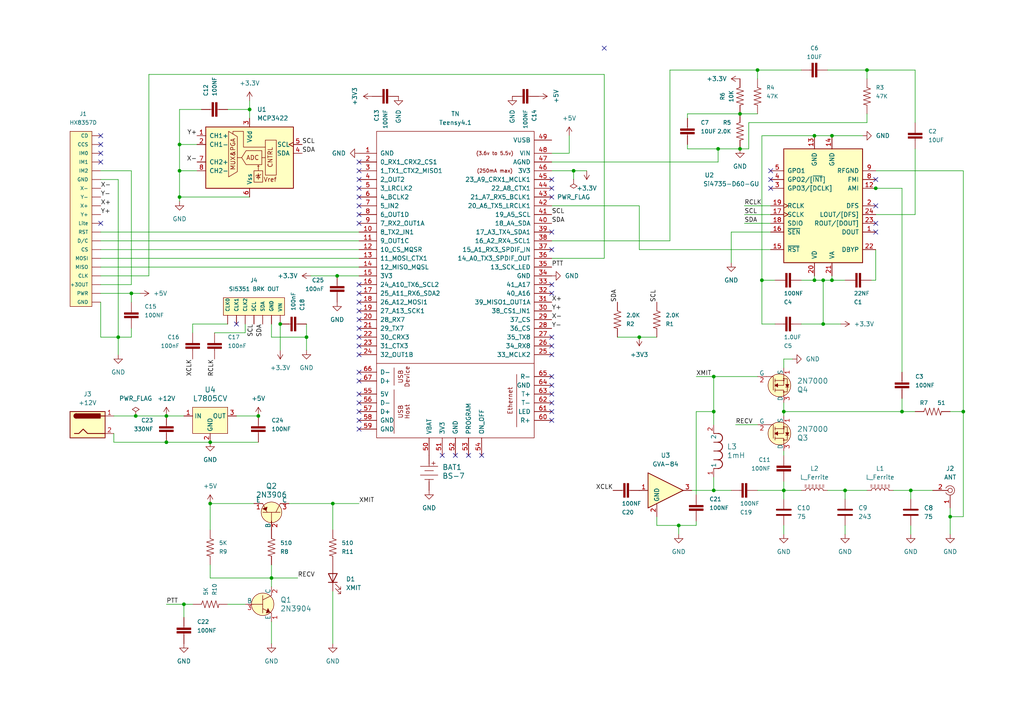
<source format=kicad_sch>
(kicad_sch (version 20230121) (generator eeschema)
  (paper "A4")
  (title_block (title "Pocket FT8 Transceiver") (date "2024-07-31") (rev "2.0") (company "KQ7B") (comment 1 "Original design by Charles Hill, Ricardo Caritti, Karlis Goba, Lars Petersen, et al") (comment 2 "https://github.com/conr2286/PocketFT8Xcvr.git"))
  (junction (at 207.01 119.38))
  (junction (at 97.79 80.01))
  (junction (at 279.4 119.38))
  (junction (at 185.42 97.79))
  (junction (at 227.33 142.24))
  (junction (at 72.39 31.75))
  (junction (at 52.07 49.53))
  (junction (at 60.96 146.05))
  (junction (at 261.62 119.38))
  (junction (at 207.01 142.24))
  (junction (at 236.22 81.28))
  (junction (at 227.33 119.38))
  (junction (at 264.16 142.24))
  (junction (at 251.46 20.32))
  (junction (at 81.28 93.98))
  (junction (at 214.63 43.18))
  (junction (at 96.52 146.05))
  (junction (at 196.85 152.4))
  (junction (at 48.26 128.27))
  (junction (at 238.76 93.98))
  (junction (at 254 54.61))
  (junction (at 88.9 97.79))
  (junction (at 219.71 20.32))
  (junction (at 52.07 41.91))
  (junction (at 53.34 175.26))
  (junction (at 39.37 120.65))
  (junction (at 34.29 97.79))
  (junction (at 245.11 142.24))
  (junction (at 60.96 128.27))
  (junction (at 78.74 167.64))
  (junction (at 166.37 49.53))
  (junction (at 238.76 81.28))
  (junction (at 52.07 57.15))
  (junction (at 74.93 120.65))
  (junction (at 207.01 109.22))
  (junction (at 208.28 43.18))
  (junction (at 241.3 39.37))
  (junction (at 220.98 81.28))
  (junction (at 48.26 120.65))
  (junction (at 275.59 149.86))
  (junction (at 38.1 85.09))
  (junction (at 241.3 81.28))
  (junction (at 236.22 39.37))
  (junction (at 214.63 33.02))
  (no_connect (at 104.14 87.63))
  (no_connect (at 104.14 57.15))
  (no_connect (at 104.14 62.23))
  (no_connect (at 160.02 52.07))
  (no_connect (at 160.02 97.79))
  (no_connect (at 160.02 54.61))
  (no_connect (at 104.14 85.09))
  (no_connect (at 104.14 54.61))
  (no_connect (at 223.52 54.61))
  (no_connect (at 104.14 100.33))
  (no_connect (at 160.02 67.31))
  (no_connect (at 104.14 92.71))
  (no_connect (at 254 52.07))
  (no_connect (at 160.02 116.84))
  (no_connect (at 160.02 100.33))
  (no_connect (at 29.21 64.77))
  (no_connect (at 139.7 132.08))
  (no_connect (at 132.08 132.08))
  (no_connect (at 104.14 95.25))
  (no_connect (at 254 59.69))
  (no_connect (at 160.02 114.3))
  (no_connect (at 104.14 114.3))
  (no_connect (at 104.14 107.95))
  (no_connect (at 104.14 124.46))
  (no_connect (at 104.14 116.84))
  (no_connect (at 160.02 82.55))
  (no_connect (at 29.21 39.37))
  (no_connect (at 104.14 110.49))
  (no_connect (at 29.21 46.99))
  (no_connect (at 128.27 132.08))
  (no_connect (at 160.02 121.92))
  (no_connect (at 104.14 102.87))
  (no_connect (at 104.14 59.69))
  (no_connect (at 254 67.31))
  (no_connect (at 223.52 52.07))
  (no_connect (at 104.14 64.77))
  (no_connect (at 160.02 119.38))
  (no_connect (at 104.14 90.17))
  (no_connect (at 104.14 52.07))
  (no_connect (at 175.26 13.97))
  (no_connect (at 29.21 41.91))
  (no_connect (at 104.14 46.99))
  (no_connect (at 160.02 102.87))
  (no_connect (at 160.02 85.09))
  (no_connect (at 160.02 57.15))
  (no_connect (at 254 64.77))
  (no_connect (at 160.02 111.76))
  (no_connect (at 104.14 49.53))
  (no_connect (at 104.14 82.55))
  (no_connect (at 104.14 97.79))
  (no_connect (at 160.02 72.39))
  (no_connect (at 68.58 93.98))
  (no_connect (at 135.89 132.08))
  (no_connect (at 104.14 121.92))
  (no_connect (at 104.14 119.38))
  (no_connect (at 29.21 44.45))
  (no_connect (at 160.02 109.22))
  (no_connect (at 223.52 49.53))
  (wire (pts (xy 185.42 72.39) (xy 223.52 72.39)))
  (wire (pts (xy 175.26 74.93) (xy 175.26 21.59)))
  (wire (pts (xy 261.62 115.57) (xy 261.62 119.38)))
  (wire (pts (xy 212.09 67.31) (xy 212.09 76.2)))
  (wire (pts (xy 227.33 144.78) (xy 227.33 142.24)))
  (wire (pts (xy 251.46 33.02) (xy 251.46 35.56)))
  (wire (pts (xy 215.9 59.69) (xy 223.52 59.69)))
  (wire (pts (xy 207.01 138.43) (xy 207.01 142.24)))
  (wire (pts (xy 71.12 93.98) (xy 71.12 96.52)))
  (wire (pts (xy 261.62 119.38) (xy 265.43 119.38)))
  (wire (pts (xy 207.01 119.38) (xy 207.01 123.19)))
  (wire (pts (xy 250.19 39.37) (xy 241.3 39.37)))
  (wire (pts (xy 160.02 49.53) (xy 166.37 49.53)))
  (wire (pts (xy 166.37 49.53) (xy 170.18 49.53)))
  (wire (pts (xy 275.59 149.86) (xy 279.4 149.86)))
  (wire (pts (xy 160.02 74.93) (xy 175.26 74.93)))
  (wire (pts (xy 224.79 81.28) (xy 220.98 81.28)))
  (wire (pts (xy 241.3 81.28) (xy 241.3 80.01)))
  (wire (pts (xy 254 81.28) (xy 252.73 81.28)))
  (wire (pts (xy 29.21 67.31) (xy 104.14 67.31)))
  (wire (pts (xy 97.79 80.01) (xy 104.14 80.01)))
  (wire (pts (xy 219.71 20.32) (xy 232.41 20.32)))
  (wire (pts (xy 96.52 146.05) (xy 104.14 146.05)))
  (wire (pts (xy 227.33 104.14) (xy 227.33 106.68)))
  (wire (pts (xy 34.29 97.79) (xy 38.1 97.79)))
  (wire (pts (xy 175.26 21.59) (xy 43.18 21.59)))
  (wire (pts (xy 88.9 101.6) (xy 88.9 97.79)))
  (wire (pts (xy 254 54.61) (xy 261.62 54.61)))
  (wire (pts (xy 29.21 49.53) (xy 38.1 49.53)))
  (wire (pts (xy 227.33 139.7) (xy 227.33 142.24)))
  (wire (pts (xy 166.37 52.07) (xy 166.37 49.53)))
  (wire (pts (xy 58.42 31.75) (xy 52.07 31.75)))
  (wire (pts (xy 215.9 64.77) (xy 223.52 64.77)))
  (wire (pts (xy 185.42 59.69) (xy 185.42 72.39)))
  (wire (pts (xy 259.08 142.24) (xy 264.16 142.24)))
  (wire (pts (xy 52.07 57.15) (xy 52.07 49.53)))
  (wire (pts (xy 240.03 20.32) (xy 251.46 20.32)))
  (wire (pts (xy 238.76 81.28) (xy 236.22 81.28)))
  (wire (pts (xy 71.12 96.52) (xy 62.23 96.52)))
  (wire (pts (xy 29.21 52.07) (xy 34.29 52.07)))
  (wire (pts (xy 68.58 120.65) (xy 74.93 120.65)))
  (wire (pts (xy 199.39 43.18) (xy 199.39 41.91)))
  (wire (pts (xy 185.42 97.79) (xy 190.5 97.79)))
  (wire (pts (xy 227.33 132.08) (xy 227.33 130.81)))
  (wire (pts (xy 264.16 144.78) (xy 264.16 142.24)))
  (wire (pts (xy 52.07 31.75) (xy 52.07 41.91)))
  (wire (pts (xy 220.98 39.37) (xy 220.98 81.28)))
  (wire (pts (xy 213.36 123.19) (xy 219.71 123.19)))
  (wire (pts (xy 43.18 21.59) (xy 43.18 80.01)))
  (wire (pts (xy 241.3 81.28) (xy 238.76 81.28)))
  (wire (pts (xy 217.17 43.18) (xy 214.63 43.18)))
  (wire (pts (xy 245.11 154.94) (xy 245.11 152.4)))
  (wire (pts (xy 165.1 39.37) (xy 165.1 44.45)))
  (wire (pts (xy 52.07 57.15) (xy 72.39 57.15)))
  (wire (pts (xy 214.63 43.18) (xy 208.28 43.18)))
  (wire (pts (xy 190.5 152.4) (xy 196.85 152.4)))
  (wire (pts (xy 207.01 142.24) (xy 212.09 142.24)))
  (wire (pts (xy 236.22 81.28) (xy 232.41 81.28)))
  (wire (pts (xy 279.4 49.53) (xy 279.4 119.38)))
  (wire (pts (xy 251.46 54.61) (xy 254 54.61)))
  (wire (pts (xy 78.74 186.69) (xy 78.74 180.34)))
  (wire (pts (xy 38.1 97.79) (xy 38.1 95.25)))
  (wire (pts (xy 29.21 69.85) (xy 104.14 69.85)))
  (wire (pts (xy 214.63 33.02) (xy 199.39 33.02)))
  (wire (pts (xy 240.03 142.24) (xy 245.11 142.24)))
  (wire (pts (xy 207.01 109.22) (xy 207.01 119.38)))
  (wire (pts (xy 251.46 20.32) (xy 265.43 20.32)))
  (wire (pts (xy 238.76 93.98) (xy 243.84 93.98)))
  (wire (pts (xy 88.9 93.98) (xy 88.9 97.79)))
  (wire (pts (xy 160.02 69.85) (xy 194.31 69.85)))
  (wire (pts (xy 254 72.39) (xy 254 81.28)))
  (wire (pts (xy 245.11 142.24) (xy 251.46 142.24)))
  (wire (pts (xy 245.11 81.28) (xy 241.3 81.28)))
  (wire (pts (xy 201.93 109.22) (xy 207.01 109.22)))
  (wire (pts (xy 48.26 120.65) (xy 53.34 120.65)))
  (wire (pts (xy 83.82 146.05) (xy 96.52 146.05)))
  (wire (pts (xy 60.96 167.64) (xy 78.74 167.64)))
  (wire (pts (xy 88.9 97.79) (xy 78.74 97.79)))
  (wire (pts (xy 201.93 143.51) (xy 201.93 119.38)))
  (wire (pts (xy 201.93 119.38) (xy 207.01 119.38)))
  (wire (pts (xy 261.62 54.61) (xy 261.62 107.95)))
  (wire (pts (xy 254 49.53) (xy 279.4 49.53)))
  (wire (pts (xy 29.21 97.79) (xy 34.29 97.79)))
  (wire (pts (xy 57.15 41.91) (xy 52.07 41.91)))
  (wire (pts (xy 53.34 175.26) (xy 55.88 175.26)))
  (wire (pts (xy 72.39 31.75) (xy 72.39 29.21)))
  (wire (pts (xy 264.16 154.94) (xy 264.16 152.4)))
  (wire (pts (xy 264.16 142.24) (xy 270.51 142.24)))
  (wire (pts (xy 34.29 102.87) (xy 34.29 97.79)))
  (wire (pts (xy 78.74 167.64) (xy 78.74 163.83)))
  (wire (pts (xy 207.01 109.22) (xy 219.71 109.22)))
  (wire (pts (xy 275.59 154.94) (xy 275.59 149.86)))
  (wire (pts (xy 217.17 35.56) (xy 217.17 43.18)))
  (wire (pts (xy 227.33 154.94) (xy 227.33 152.4)))
  (wire (pts (xy 215.9 62.23) (xy 223.52 62.23)))
  (wire (pts (xy 224.79 93.98) (xy 220.98 93.98)))
  (wire (pts (xy 223.52 67.31) (xy 212.09 67.31)))
  (wire (pts (xy 227.33 142.24) (xy 232.41 142.24)))
  (wire (pts (xy 190.5 149.86) (xy 190.5 152.4)))
  (wire (pts (xy 43.18 80.01) (xy 29.21 80.01)))
  (wire (pts (xy 66.04 175.26) (xy 71.12 175.26)))
  (wire (pts (xy 196.85 152.4) (xy 196.85 154.94)))
  (wire (pts (xy 238.76 93.98) (xy 232.41 93.98)))
  (wire (pts (xy 199.39 33.02) (xy 199.39 34.29)))
  (wire (pts (xy 40.64 85.09) (xy 38.1 85.09)))
  (wire (pts (xy 38.1 49.53) (xy 38.1 82.55)))
  (wire (pts (xy 52.07 49.53) (xy 57.15 49.53)))
  (wire (pts (xy 219.71 142.24) (xy 227.33 142.24)))
  (wire (pts (xy 52.07 41.91) (xy 52.07 49.53)))
  (wire (pts (xy 275.59 149.86) (xy 275.59 147.32)))
  (wire (pts (xy 81.28 101.6) (xy 81.28 93.98)))
  (wire (pts (xy 55.88 93.98) (xy 55.88 96.52)))
  (wire (pts (xy 29.21 77.47) (xy 104.14 77.47)))
  (wire (pts (xy 219.71 22.86) (xy 219.71 20.32)))
  (wire (pts (xy 39.37 120.65) (xy 48.26 120.65)))
  (wire (pts (xy 200.66 142.24) (xy 207.01 142.24)))
  (wire (pts (xy 29.21 74.93) (xy 104.14 74.93)))
  (wire (pts (xy 160.02 46.99) (xy 208.28 46.99)))
  (wire (pts (xy 227.33 119.38) (xy 227.33 120.65)))
  (wire (pts (xy 90.17 80.01) (xy 97.79 80.01)))
  (wire (pts (xy 220.98 93.98) (xy 220.98 81.28)))
  (wire (pts (xy 72.39 34.29) (xy 72.39 31.75)))
  (wire (pts (xy 160.02 44.45) (xy 165.1 44.45)))
  (wire (pts (xy 52.07 58.42) (xy 52.07 57.15)))
  (wire (pts (xy 201.93 152.4) (xy 201.93 151.13)))
  (wire (pts (xy 241.3 39.37) (xy 236.22 39.37)))
  (wire (pts (xy 220.98 39.37) (xy 236.22 39.37)))
  (wire (pts (xy 236.22 81.28) (xy 236.22 80.01)))
  (wire (pts (xy 60.96 146.05) (xy 73.66 146.05)))
  (wire (pts (xy 60.96 128.27) (xy 74.93 128.27)))
  (wire (pts (xy 33.02 120.65) (xy 39.37 120.65)))
  (wire (pts (xy 78.74 167.64) (xy 86.36 167.64)))
  (wire (pts (xy 208.28 43.18) (xy 199.39 43.18)))
  (wire (pts (xy 194.31 69.85) (xy 194.31 20.32)))
  (wire (pts (xy 33.02 128.27) (xy 48.26 128.27)))
  (wire (pts (xy 78.74 167.64) (xy 78.74 170.18)))
  (wire (pts (xy 38.1 85.09) (xy 38.1 87.63)))
  (wire (pts (xy 196.85 152.4) (xy 201.93 152.4)))
  (wire (pts (xy 245.11 144.78) (xy 245.11 142.24)))
  (wire (pts (xy 251.46 35.56) (xy 217.17 35.56)))
  (wire (pts (xy 179.07 97.79) (xy 185.42 97.79)))
  (wire (pts (xy 66.04 93.98) (xy 55.88 93.98)))
  (wire (pts (xy 160.02 59.69) (xy 185.42 59.69)))
  (wire (pts (xy 38.1 82.55) (xy 29.21 82.55)))
  (wire (pts (xy 227.33 119.38) (xy 261.62 119.38)))
  (wire (pts (xy 60.96 153.67) (xy 60.96 146.05)))
  (wire (pts (xy 214.63 33.02) (xy 219.71 33.02)))
  (wire (pts (xy 33.02 125.73) (xy 33.02 128.27)))
  (wire (pts (xy 227.33 116.84) (xy 227.33 119.38)))
  (wire (pts (xy 78.74 97.79) (xy 78.74 93.98)))
  (wire (pts (xy 254 62.23) (xy 265.43 62.23)))
  (wire (pts (xy 53.34 179.07) (xy 53.34 175.26)))
  (wire (pts (xy 96.52 146.05) (xy 96.52 153.67)))
  (wire (pts (xy 48.26 128.27) (xy 60.96 128.27)))
  (wire (pts (xy 265.43 20.32) (xy 265.43 35.56)))
  (wire (pts (xy 29.21 72.39) (xy 104.14 72.39)))
  (wire (pts (xy 60.96 167.64) (xy 60.96 163.83)))
  (wire (pts (xy 38.1 85.09) (xy 29.21 85.09)))
  (wire (pts (xy 279.4 119.38) (xy 279.4 149.86)))
  (wire (pts (xy 194.31 20.32) (xy 219.71 20.32)))
  (wire (pts (xy 208.28 43.18) (xy 208.28 46.99)))
  (wire (pts (xy 265.43 43.18) (xy 265.43 62.23)))
  (wire (pts (xy 229.87 104.14) (xy 227.33 104.14)))
  (wire (pts (xy 275.59 119.38) (xy 279.4 119.38)))
  (wire (pts (xy 48.26 175.26) (xy 53.34 175.26)))
  (wire (pts (xy 66.04 31.75) (xy 72.39 31.75)))
  (wire (pts (xy 251.46 22.86) (xy 251.46 20.32)))
  (wire (pts (xy 238.76 81.28) (xy 238.76 93.98)))
  (wire (pts (xy 34.29 97.79) (xy 34.29 52.07)))
  (wire (pts (xy 29.21 87.63) (xy 29.21 97.79)))
  (wire (pts (xy 96.52 186.69) (xy 96.52 171.45)))
  (label "SCL" (at 73.66 93.98 270))
  (label "Y-" (at 29.21 57.15 0))
  (label "Y+" (at 160.02 90.17 0))
  (label "RECV" (at 86.36 167.64 0))
  (label "XCLK" (at 55.88 104.14 270))
  (label "SDA" (at 87.63 44.45 0))
  (label "PTT" (at 48.26 175.26 0))
  (label "X+" (at 29.21 59.69 0))
  (label "X-" (at 29.21 54.61 0))
  (label "SCL" (at 190.5 87.63 90))
  (label "SDA" (at 179.07 87.63 90))
  (label "SDA" (at 160.02 64.77 0))
  (label "X-" (at 57.15 46.99 180))
  (label "XCLK" (at 177.8 142.24 180))
  (label "RCLK" (at 215.9 59.69 0))
  (label "SCL" (at 215.9 62.23 0))
  (label "Y-" (at 160.02 95.25 0))
  (label "X+" (at 160.02 87.63 0))
  (label "Y+" (at 29.21 62.23 0))
  (label "Y+" (at 57.15 39.37 180))
  (label "RCLK" (at 62.23 104.14 270))
  (label "XMIT" (at 104.14 146.05 0))
  (label "SDA" (at 76.2 93.98 270))
  (label "RECV" (at 213.36 123.19 0))
  (label "XMIT" (at 201.93 109.22 0))
  (label "SDA" (at 215.9 64.77 0))
  (label "SCL" (at 87.63 41.91 0))
  (label "SCL" (at 160.02 62.23 0))
  (label "PTT" (at 160.02 77.47 0))
  (label "X-" (at 160.02 92.71 0))
  (symbol (lib_id "SparkFun-Capacitors:0.1UF-0603-25V-5%") (at 97.79 85.09 0) (mirror y) (unit 1)
    (property "Reference" "C25" (at 93.98 81.28 0) (effects (font (size 1.143 1.143)) (justify left)))
    (property "Value" "100nF" (at 93.98 83.82 0) (effects (font (size 1.143 1.143)) (justify left)))
    (property "Footprint" "0603" (effects hide))
  )
  (symbol (lib_id "power:+3.3V") (at 243.84 93.98 270) (unit 1)
    (property "Reference" "#PWR07" (effects hide))
    (property "Value" "+3.3V" (at 247.65 93.98 90) (effects (justify left)))
  )
  (symbol (lib_id "power:GND") (at 97.79 87.63 0) (unit 1)
    (property "Reference" "#PWR027" (effects hide))
    (property "Value" "GND" (at 97.79 92.71 0))
  )
  (symbol (lib_id "power:GND") (at 160.02 80.01 90) (unit 1)
    (property "Reference" "#PWR09" (effects hide))
    (property "Value" "GND" (at 163.83 80.01 90) (effects (justify right)))
  )
  (symbol (lib_id "SparkFun-Capacitors:0.1UF-0603-25V-5%") (at 53.34 184.15 0) (unit 1)
    (property "Reference" "C22" (at 57.15 180.34 0) (effects (font (size 1.143 1.143)) (justify left)))
    (property "Value" "100NF" (at 57.15 182.88 0) (effects (font (size 1.143 1.143)) (justify left)))
  )
  (symbol (lib_id "SparkFun-Resistors:2.0KOHM-0603-1_10W-5%") (at 214.63 38.1 90) (mirror x) (unit 1)
    (property "Reference" "R5" (at 212.09 35.56 90) (effects (font (size 1.143 1.143)) (justify left)))
    (property "Value" "2.0K" (at 212.09 38.1 90) (effects (font (size 1.143 1.143)) (justify left)))
    (property "Footprint" "0603" (effects hide))
  )
  (symbol (lib_id "SparkFun-Resistors:2.0KOHM-0603-1_10W-5%") (at 60.96 175.26 0) (unit 1)
    (property "Reference" "R10" (at 62.23 172.72 90) (effects (font (size 1.143 1.143)) (justify left)))
    (property "Value" "5K" (at 59.69 172.72 90) (effects (font (size 1.143 1.143)) (justify left)))
    (property "Footprint" "0603" (effects hide))
  )
  (symbol (lib_id "SparkFun-Resistors:47KOHM-0603-1_10W-1%") (at 219.71 27.94 270) (unit 1)
    (property "Reference" "R4" (at 222.25 25.4 90) (effects (font (size 1.143 1.143)) (justify left)))
    (property "Value" "47K" (at 222.25 27.94 90) (effects (font (size 1.143 1.143)) (justify left)))
    (property "Footprint" "0603" (effects hide))
  )
  (symbol (lib_id "SparkFun-Resistors:2.0KOHM-0603-1_10W-5%") (at 60.96 158.75 270) (unit 1)
    (property "Reference" "R9" (at 63.5 160.02 90) (effects (font (size 1.143 1.143)) (justify left)))
    (property "Value" "5K" (at 63.5 157.48 90) (effects (font (size 1.143 1.143)) (justify left)))
    (property "Footprint" "0603" (effects hide))
  )
  (symbol (lib_id "dk_Battery-Holders-Clips-Contacts:BS-7") (at 124.46 137.16 0) (unit 1)
    (property "Reference" "BAT1" (at 128.27 135.509 0) (effects (font (size 1.524 1.524)) (justify left)))
    (property "Value" "BS-7" (at 128.27 138.049 0) (effects (font (size 1.524 1.524)) (justify left)))
    (property "Footprint" "digikey-footprints:Battery_Holder_Coin_2032_BS-7" (effects hide))
    (property "Datasheet" "http://www.memoryprotectiondevices.com/datasheets/BS-7-datasheet.pdf" (effects hide))
    (property "Digi-Key_PN" "BS-7-ND" (effects hide))
    (property "MPN" "BS-7" (effects hide))
    (property "Category" "Battery Products" (effects hide))
    (property "Family" "Battery Holders, Clips, Contacts" (effects hide))
    (property "DK_Datasheet_Link" "http://www.memoryprotectiondevices.com/datasheets/BS-7-datasheet.pdf" (effects hide))
    (property "DK_Detail_Page" "/product-detail/en/mpd-memory-protection-devices/BS-7/BS-7-ND/389447" (effects hide))
    (property "Description" "BATTERY HOLDER COIN 20MM PC PIN" (effects hide))
    (property "Manufacturer" "MPD (Memory Protection Devices)" (effects hide))
    (property "Status" "Active" (effects hide))
  )
  (symbol (lib_id "power:GND") (at 196.85 154.94 0) (unit 1)
    (property "Reference" "#PWR028" (effects hide))
    (property "Value" "GND" (at 196.85 160.02 0))
  )
  (symbol (lib_id "power:PWR_FLAG") (at 39.37 120.65 0) (unit 1)
    (property "Reference" "#FLG02" (effects hide))
    (property "Value" "PWR_FLAG" (at 39.37 115.57 0))
  )
  (symbol (lib_id "power:GND") (at 78.74 186.69 0) (unit 1)
    (property "Reference" "#PWR030" (effects hide))
    (property "Value" "GND" (at 78.74 191.77 0))
  )
  (symbol (lib_id "dk_Transistors-FETs-MOSFETs-Single:2N7000") (at 227.33 125.73 0) (mirror x) (unit 1)
    (property "Reference" "Q3" (at 231.14 127 0) (effects (font (size 1.524 1.524)) (justify left)))
    (property "Value" "2N7000" (at 231.14 124.46 0) (effects (font (size 1.524 1.524)) (justify left)))
    (property "Footprint" "digikey-footprints:TO-92-3" (effects hide))
    (property "Datasheet" "https://www.onsemi.com/pub/Collateral/NDS7002A-D.PDF" (effects hide))
    (property "Digi-Key_PN" "2N7000FS-ND" (effects hide))
    (property "MPN" "2N7000" (effects hide))
    (property "Category" "Discrete Semiconductor Products" (effects hide))
    (property "Family" "Transistors - FETs, MOSFETs - Single" (effects hide))
    (property "DK_Datasheet_Link" "https://www.onsemi.com/pub/Collateral/NDS7002A-D.PDF" (effects hide))
    (property "DK_Detail_Page" "/product-detail/en/on-semiconductor/2N7000/2N7000FS-ND/244278" (effects hide))
    (property "Description" "MOSFET N-CH 60V 200MA TO-92" (effects hide))
    (property "Manufacturer" "ON Semiconductor" (effects hide))
    (property "Status" "Active" (effects hide))
  )
  (symbol (lib_id "power:+3.3V") (at 81.28 101.6 0) (mirror x) (unit 1)
    (property "Reference" "#PWR036" (effects hide))
    (property "Value" "+3.3V" (at 81.28 106.68 0))
  )
  (symbol (lib_id "SparkFun-Resistors:2.0KOHM-0603-1_10W-5%") (at 78.74 158.75 270) (unit 1)
    (property "Reference" "R8" (at 81.28 160.02 90) (effects (font (size 1.143 1.143)) (justify left)))
    (property "Value" "510" (at 81.28 157.48 90) (effects (font (size 1.143 1.143)) (justify left)))
    (property "Footprint" "0603" (effects hide))
  )
  (symbol (lib_id "SparkFun-Capacitors:22NF_22_000PF-0603-50V-10%") (at 214.63 142.24 270) (unit 1)
    (property "Reference" "C19" (at 214.63 148.59 90) (effects (font (size 1.143 1.143)) (justify left)))
    (property "Value" "100NF" (at 214.63 146.05 90) (effects (font (size 1.143 1.143)) (justify left)))
    (property "Footprint" "0603" (effects hide))
  )
  (symbol (lib_id "SparkFun-Capacitors:1.0NF_1000PF-0603-50V-10%") (at 38.1 92.71 0) (unit 1)
    (property "Reference" "C15" (at 41.91 88.9 0) (effects (font (size 1.143 1.143)) (justify left)))
    (property "Value" "100NF" (at 41.91 91.44 0) (effects (font (size 1.143 1.143)) (justify left)))
    (property "Footprint" "0603" (effects hide))
  )
  (symbol (lib_id "2024-07-31_16-01-32:RLB9012-102KL") (at 207.01 123.19 270) (unit 1)
    (property "Reference" "L3" (at 210.82 129.54 90) (effects (font (size 1.524 1.524)) (justify left)))
    (property "Value" "1mH" (at 210.82 132.08 90) (effects (font (size 1.524 1.524)) (justify left)))
    (property "Footprint" "IND_BOURNS_RLB9012" (effects hide))
    (property "Datasheet" "RLB9012-102KL" (effects hide))
  )
  (symbol (lib_id "power:+12V") (at 48.26 120.65 0) (unit 1)
    (property "Reference" "#PWR034" (effects hide))
    (property "Value" "+12V" (at 48.26 115.57 0))
  )
  (symbol (lib_id "power:GND") (at 34.29 102.87 0) (unit 1)
    (property "Reference" "#PWR01" (effects hide))
    (property "Value" "GND" (at 34.29 107.95 0))
  )
  (symbol (lib_id "power:+3.3V") (at 72.39 29.21 0) (unit 1)
    (property "Reference" "#PWR011" (effects hide))
    (property "Value" "+3.3V" (at 72.39 24.13 0))
  )
  (symbol (lib_id "Device:C") (at 264.16 148.59 0) (unit 1)
    (property "Reference" "C8" (at 267.97 147.32 0) (effects (justify left)))
    (property "Value" "75" (at 267.97 149.86 0) (effects (justify left)))
  )
  (symbol (lib_id "dk_Transistors-FETs-MOSFETs-Single:2N7000") (at 227.33 111.76 0) (mirror x) (unit 1)
    (property "Reference" "Q4" (at 231.14 113.03 0) (effects (font (size 1.524 1.524)) (justify left)))
    (property "Value" "2N7000" (at 231.14 110.49 0) (effects (font (size 1.524 1.524)) (justify left)))
    (property "Footprint" "digikey-footprints:TO-92-3" (effects hide))
    (property "Datasheet" "https://www.onsemi.com/pub/Collateral/NDS7002A-D.PDF" (effects hide))
    (property "Digi-Key_PN" "2N7000FS-ND" (effects hide))
    (property "MPN" "2N7000" (effects hide))
    (property "Category" "Discrete Semiconductor Products" (effects hide))
    (property "Family" "Transistors - FETs, MOSFETs - Single" (effects hide))
    (property "DK_Datasheet_Link" "https://www.onsemi.com/pub/Collateral/NDS7002A-D.PDF" (effects hide))
    (property "DK_Detail_Page" "/product-detail/en/on-semiconductor/2N7000/2N7000FS-ND/244278" (effects hide))
    (property "Description" "MOSFET N-CH 60V 200MA TO-92" (effects hide))
    (property "Manufacturer" "ON Semiconductor" (effects hide))
    (property "Status" "Active" (effects hide))
  )
  (symbol (lib_id "power:+5V") (at 156.21 27.94 270) (unit 1)
    (property "Reference" "#PWR024" (effects hide))
    (property "Value" "+5V" (at 161.29 27.94 0))
  )
  (symbol (lib_id "power:PWR_FLAG") (at 166.37 52.07 180) (unit 1)
    (property "Reference" "#FLG01" (effects hide))
    (property "Value" "PWR_FLAG" (at 166.37 57.15 0))
  )
  (symbol (lib_id "power:GND") (at 148.59 27.94 0) (unit 1)
    (property "Reference" "#PWR013" (effects hide))
    (property "Value" "GND" (at 148.59 31.75 90) (effects (justify right)))
  )
  (symbol (lib_id "power:GND") (at 264.16 154.94 0) (unit 1)
    (property "Reference" "#PWR019" (effects hide))
    (property "Value" "GND" (at 264.16 160.02 0))
  )
  (symbol (lib_name "CONN_07_1") (lib_id "SparkFun-Connectors:CONN_07") (at 66.04 91.44 270) (unit 1)
    (property "Reference" "J4" (at 73.66 81.28 90) (effects (font (size 1.143 1.143))))
    (property "Value" "SI5351 BRK OUT" (at 73.66 83.82 90) (effects (font (size 1.143 1.143))))
    (property "Footprint" "1X07" (effects hide))
  )
  (symbol (lib_id "power:GND") (at 115.57 27.94 0) (unit 1)
    (property "Reference" "#PWR012" (effects hide))
    (property "Value" "GND" (at 115.57 31.75 90) (effects (justify right)))
  )
  (symbol (lib_id "power:GND") (at 229.87 104.14 90) (unit 1)
    (property "Reference" "#PWR023" (effects hide))
    (property "Value" "GND" (at 233.68 104.14 90) (effects (justify right)))
  )
  (symbol (lib_id "power:+3.3V") (at 90.17 80.01 90) (unit 1)
    (property "Reference" "#PWR05" (effects hide))
    (property "Value" "+3.3V" (at 86.36 80.01 90) (effects (justify left)))
  )
  (symbol (lib_id "SparkFun-Capacitors:1.0NF_1000PF-0603-50V-10%") (at 113.03 27.94 90) (mirror x) (unit 1)
    (property "Reference" "C13" (at 109.22 31.75 0) (effects (font (size 1.143 1.143)) (justify left)))
    (property "Value" "100NF" (at 111.76 31.75 0) (effects (font (size 1.143 1.143)) (justify left)))
    (property "Footprint" "0603" (effects hide))
  )
  (symbol (lib_id "SparkFun-Capacitors:22NF_22_000PF-0603-50V-10%") (at 247.65 81.28 270) (unit 1)
    (property "Reference" "C1" (at 247.65 87.63 90) (effects (font (size 1.143 1.143)) (justify left)))
    (property "Value" "22NF" (at 247.65 85.09 90) (effects (font (size 1.143 1.143)) (justify left)))
    (property "Footprint" "0603" (effects hide))
  )
  (symbol (lib_id "power:GND") (at 104.14 44.45 270) (unit 1)
    (property "Reference" "#PWR08" (effects hide))
    (property "Value" "GND" (at 100.33 44.45 90) (effects (justify right)))
  )
  (symbol (lib_id "SparkFun-Capacitors:1.0NF_1000PF-0603-50V-10%") (at 63.5 31.75 90) (unit 1)
    (property "Reference" "C12" (at 59.69 27.94 0) (effects (font (size 1.143 1.143)) (justify left)))
    (property "Value" "100NF" (at 62.23 27.94 0) (effects (font (size 1.143 1.143)) (justify left)))
    (property "Footprint" "0603" (effects hide))
  )
  (symbol (lib_id "SparkFun-Capacitors:1.0UF-0603-16V-10%") (at 227.33 93.98 270) (unit 1)
    (property "Reference" "C5" (at 227.33 100.33 90) (effects (font (size 1.143 1.143)) (justify left)))
    (property "Value" "1.0UF" (at 227.33 97.79 90) (effects (font (size 1.143 1.143)) (justify left)))
    (property "Footprint" "0603" (effects hide))
  )
  (symbol (lib_id "power:+3.3V") (at 170.18 49.53 0) (mirror x) (unit 1)
    (property "Reference" "#PWR04" (effects hide))
    (property "Value" "+3.3V" (at 170.18 54.61 0))
  )
  (symbol (lib_id "power:GND") (at 96.52 186.69 0) (unit 1)
    (property "Reference" "#PWR032" (effects hide))
    (property "Value" "GND" (at 96.52 191.77 0))
  )
  (symbol (lib_id "SparkFun-Resistors:2.0KOHM-0603-1_10W-5%") (at 179.07 92.71 270) (unit 1)
    (property "Reference" "R2" (at 181.61 93.98 90) (effects (font (size 1.143 1.143)) (justify left)))
    (property "Value" "2.0K" (at 181.61 91.44 90) (effects (font (size 1.143 1.143)) (justify left)))
    (property "Footprint" "0603" (effects hide))
  )
  (symbol (lib_id "Device:L_Ferrite") (at 255.27 142.24 90) (unit 1)
    (property "Reference" "L1" (at 255.27 135.89 90))
    (property "Value" "L_Ferrite" (at 255.27 138.43 90))
  )
  (symbol (lib_id "Device:L_Ferrite") (at 236.22 142.24 90) (unit 1)
    (property "Reference" "L2" (at 236.22 135.89 90))
    (property "Value" "L_Ferrite" (at 236.22 138.43 90))
  )
  (symbol (lib_id "SparkFun-Resistors:47KOHM-0603-1_10W-1%") (at 251.46 27.94 270) (unit 1)
    (property "Reference" "R3" (at 254 25.4 90) (effects (font (size 1.143 1.143)) (justify left)))
    (property "Value" "47K" (at 254 27.94 90) (effects (font (size 1.143 1.143)) (justify left)))
    (property "Footprint" "0603" (effects hide))
  )
  (symbol (lib_id "SparkFun-Capacitors:10UF-0603-6.3V-20%") (at 265.43 40.64 0) (unit 1)
    (property "Reference" "C2" (at 269.24 38.1 0) (effects (font (size 1.143 1.143)) (justify left)))
    (property "Value" "10UF" (at 269.24 40.64 0) (effects (font (size 1.143 1.143)) (justify left)))
    (property "Footprint" "0603" (effects hide))
  )
  (symbol (lib_id "power:+5V") (at 74.93 120.65 0) (unit 1)
    (property "Reference" "#PWR033" (effects hide))
    (property "Value" "+5V" (at 74.93 115.57 0))
  )
  (symbol (lib_id "SparkFun-Capacitors:22NF_22_000PF-0603-50V-10%") (at 180.34 142.24 270) (unit 1)
    (property "Reference" "C20" (at 180.34 148.59 90) (effects (font (size 1.143 1.143)) (justify left)))
    (property "Value" "100NF" (at 180.34 146.05 90) (effects (font (size 1.143 1.143)) (justify left)))
    (property "Footprint" "0603" (effects hide))
  )
  (symbol (lib_id "SparkFun-Resistors:510OHM-2010-1_2W-5%") (at 270.51 119.38 0) (unit 1)
    (property "Reference" "R7" (at 267.97 116.84 0) (effects (font (size 1.143 1.143))))
    (property "Value" "51" (at 273.05 116.84 0) (effects (font (size 1.143 1.143))))
  )
  (symbol (lib_id "power:GND") (at 275.59 154.94 0) (unit 1)
    (property "Reference" "#PWR022" (effects hide))
    (property "Value" "GND" (at 275.59 160.02 0))
  )
  (symbol (lib_id "power:GND") (at 214.63 43.18 0) (unit 1)
    (property "Reference" "#PWR018" (effects hide))
    (property "Value" "GND" (at 214.63 48.26 0))
  )
  (symbol (lib_id "SparkFun-Capacitors:22NF_22_000PF-0603-50V-10%") (at 227.33 81.28 270) (unit 1)
    (property "Reference" "C4" (at 227.33 87.63 90) (effects (font (size 1.143 1.143)) (justify left)))
    (property "Value" "100NF" (at 227.33 85.09 90) (effects (font (size 1.143 1.143)) (justify left)))
    (property "Footprint" "0603" (effects hide))
  )
  (symbol (lib_id "SparkFun-Resistors:2.0KOHM-0603-1_10W-5%") (at 190.5 92.71 270) (unit 1)
    (property "Reference" "R1" (at 193.04 93.98 90) (effects (font (size 1.143 1.143)) (justify left)))
    (property "Value" "2.0K" (at 193.04 91.44 90) (effects (font (size 1.143 1.143)) (justify left)))
    (property "Footprint" "0603" (effects hide))
  )
  (symbol (lib_id "SparkFun-Capacitors:0.1UF-0603-25V-5%") (at 74.93 125.73 0) (unit 1)
    (property "Reference" "C24" (at 78.74 121.92 0) (effects (font (size 1.143 1.143)) (justify left)))
    (property "Value" "100NF" (at 78.74 124.46 0) (effects (font (size 1.143 1.143)) (justify left)))
    (property "Footprint" "0603" (effects hide))
  )
  (symbol (lib_id "dk_Transistors-Bipolar-BJT-Single:2N3906") (at 78.74 148.59 90) (unit 1)
    (property "Reference" "Q2" (at 78.74 140.97 90) (effects (font (size 1.524 1.524))))
    (property "Value" "2N3906" (at 78.74 143.51 90) (effects (font (size 1.524 1.524))))
    (property "Footprint" "digikey-footprints:TO-92-3" (effects hide))
    (property "Datasheet" "https://my.centralsemi.com/get_document.php?cmp=1&mergetype=pd&mergepath=pd&pdf_id=LSSGP072.PDF" (effects hide))
    (property "Digi-Key_PN" "2N3906CS-ND" (effects hide))
    (property "MPN" "2N3906" (effects hide))
    (property "Category" "Discrete Semiconductor Products" (effects hide))
    (property "Family" "Transistors - Bipolar (BJT) - Single" (effects hide))
    (property "DK_Datasheet_Link" "https://my.centralsemi.com/get_document.php?cmp=1&mergetype=pd&mergepath=pd&pdf_id=LSSGP072.PDF" (effects hide))
    (property "DK_Detail_Page" "/product-detail/en/central-semiconductor-corp/2N3906/2N3906CS-ND/4806878" (effects hide))
    (property "Description" "TRANS PNP 40V TO-92" (effects hide))
    (property "Manufacturer" "Central Semiconductor Corp" (effects hide))
    (property "Status" "Active" (effects hide))
  )
  (symbol (lib_id "SparkFun-Capacitors:0.1UF-0603-100V-10%") (at 261.62 113.03 0) (unit 1)
    (property "Reference" "C3" (at 265.43 109.22 0) (effects (font (size 1.143 1.143)) (justify left)))
    (property "Value" "100NF" (at 265.43 111.76 0) (effects (font (size 1.143 1.143)) (justify left)))
    (property "Footprint" "0603" (effects hide))
  )
  (symbol (lib_id "Device:C") (at 245.11 148.59 0) (unit 1)
    (property "Reference" "C9" (at 248.92 147.32 0) (effects (justify left)))
    (property "Value" "243" (at 248.92 149.86 0) (effects (justify left)))
  )
  (symbol (lib_id "SparkFun-Capacitors:0.1UF-0603-100V-10%") (at 201.93 148.59 0) (unit 1)
    (property "Reference" "C21" (at 205.74 144.78 0) (effects (font (size 1.143 1.143)) (justify left)))
    (property "Value" "100NF" (at 205.74 147.32 0) (effects (font (size 1.143 1.143)) (justify left)))
    (property "Footprint" "0603" (effects hide))
  )
  (symbol (lib_id "power:GND") (at 227.33 154.94 0) (unit 1)
    (property "Reference" "#PWR021" (effects hide))
    (property "Value" "GND" (at 227.33 160.02 0))
  )
  (symbol (lib_id "Device:LED") (at 96.52 167.64 90) (unit 1)
    (property "Reference" "D1" (at 100.33 167.9575 90) (effects (justify right)))
    (property "Value" "XMIT" (at 100.33 170.4975 90) (effects (justify right)))
  )
  (symbol (lib_id "dk_Coaxial-Connectors-RF:5-1814400-1") (at 275.59 142.24 0) (mirror y) (unit 1)
    (property "Reference" "J2" (at 275.5901 135.89 0))
    (property "Value" "ANT" (at 275.5901 138.43 0))
    (property "Footprint" "digikey-footprints:RF_SMA_RightAngle_5-1814400-1" (effects hide))
    (property "Datasheet" "https://www.te.com/commerce/DocumentDelivery/DDEController?Action=srchrtrv&DocNm=1814400&DocType=Customer+Drawing&DocLang=English" (effects hide))
    (property "Digi-Key_PN" "A97593-ND" (effects hide))
    (property "MPN" "5-1814400-1" (effects hide))
    (property "Category" "Connectors, Interconnects" (effects hide))
    (property "Family" "Coaxial Connectors (RF)" (effects hide))
    (property "DK_Datasheet_Link" "https://www.te.com/commerce/DocumentDelivery/DDEController?Action=srchrtrv&DocNm=1814400&DocType=Customer+Drawing&DocLang=English" (effects hide))
    (property "DK_Detail_Page" "/product-detail/en/te-connectivity-amp-connectors/5-1814400-1/A97593-ND/1755981" (effects hide))
    (property "Description" "CONN SMA JACK R/A 50 OHM PCB" (effects hide))
    (property "Manufacturer" "TE Connectivity AMP Connectors" (effects hide))
    (property "Status" "Active" (effects hide))
  )
  (symbol (lib_id "SparkFun-Connectors:CONN_20") (at 26.67 87.63 0) (unit 1)
    (property "Reference" "J1" (at 24.13 33.02 0) (effects (font (size 1.143 1.143))))
    (property "Value" "HX8357D" (at 24.13 35.56 0) (effects (font (size 1.143 1.143))))
    (property "Footprint" "1X20" (effects hide))
  )
  (symbol (lib_id "power:+5V") (at 165.1 39.37 0) (unit 1)
    (property "Reference" "#PWR02" (effects hide))
    (property "Value" "+5V" (at 165.1 34.29 0))
  )
  (symbol (lib_id "power:+3.3V") (at 214.63 22.86 90) (unit 1)
    (property "Reference" "#PWR016" (effects hide))
    (property "Value" "+3.3V" (at 210.82 22.86 90) (effects (justify left)))
  )
  (symbol (lib_id "power:+5V") (at 60.96 146.05 0) (unit 1)
    (property "Reference" "#PWR029" (effects hide))
    (property "Value" "+5V" (at 60.96 140.97 0))
  )
  (symbol (lib_id "dk_Transistors-Bipolar-BJT-Single:2N3904") (at 76.2 175.26 0) (unit 1)
    (property "Reference" "Q1" (at 81.28 173.99 0) (effects (font (size 1.524 1.524)) (justify left)))
    (property "Value" "2N3904" (at 81.28 176.53 0) (effects (font (size 1.524 1.524)) (justify left)))
    (property "Footprint" "digikey-footprints:TO-92-3" (effects hide))
    (property "Datasheet" "https://my.centralsemi.com/get_document.php?cmp=1&mergetype=pd&mergepath=pd&pdf_id=LSSGP072.PDF" (effects hide))
    (property "Digi-Key_PN" "2N3904CS-ND" (effects hide))
    (property "MPN" "2N3904" (effects hide))
    (property "Category" "Discrete Semiconductor Products" (effects hide))
    (property "Family" "Transistors - Bipolar (BJT) - Single" (effects hide))
    (property "DK_Datasheet_Link" "https://my.centralsemi.com/get_document.php?cmp=1&mergetype=pd&mergepath=pd&pdf_id=LSSGP072.PDF" (effects hide))
    (property "DK_Detail_Page" "/product-detail/en/central-semiconductor-corp/2N3904/2N3904CS-ND/4806876" (effects hide))
    (property "Description" "TRANS NPN 40V TO-92" (effects hide))
    (property "Manufacturer" "Central Semiconductor Corp" (effects hide))
    (property "Status" "Active" (effects hide))
  )
  (symbol (lib_id "Connector:Barrel_Jack") (at 25.4 123.19 0) (unit 1)
    (property "Reference" "J3" (at 25.4 114.3 0))
    (property "Value" "+12V" (at 25.4 116.84 0))
  )
  (symbol (lib_id "power:GND") (at 124.46 142.24 0) (unit 1)
    (property "Reference" "#PWR026" (effects hide))
    (property "Value" "GND" (at 124.46 147.32 0))
  )
  (symbol (lib_id "SparkFun-Resistors:10KOHM-0603-1_10W-1%") (at 214.63 27.94 90) (mirror x) (unit 1)
    (property "Reference" "R6" (at 209.55 27.94 0) (effects (font (size 1.143 1.143))))
    (property "Value" "10K" (at 212.09 27.94 0) (effects (font (size 1.143 1.143))))
    (property "Footprint" "0603" (effects hide))
  )
  (symbol (lib_id "power:GND") (at 88.9 101.6 0) (unit 1)
    (property "Reference" "#PWR014" (effects hide))
    (property "Value" "GND" (at 88.9 106.68 0))
  )
  (symbol (lib_id "power:GND") (at 212.09 76.2 0) (unit 1)
    (property "Reference" "#PWR017" (effects hide))
    (property "Value" "GND" (at 212.09 81.28 0))
  )
  (symbol (lib_id "power:GND") (at 53.34 186.69 0) (unit 1)
    (property "Reference" "#PWR031" (effects hide))
    (property "Value" "GND" (at 53.34 191.77 0))
  )
  (symbol (lib_id "SparkFun-Capacitors:10UF-0603-6.3V-20%") (at 199.39 39.37 0) (unit 1)
    (property "Reference" "C7" (at 203.2 35.56 0) (effects (font (size 1.143 1.143)) (justify left)))
    (property "Value" "10UF" (at 203.2 38.1 0) (effects (font (size 1.143 1.143)) (justify left)))
    (property "Footprint" "0603" (effects hide))
  )
  (symbol (lib_id "SparkFun-Capacitors:1.0NF_1000PF-0603-50V-10%") (at 151.13 27.94 270) (unit 1)
    (property "Reference" "C14" (at 154.94 31.75 0) (effects (font (size 1.143 1.143)) (justify left)))
    (property "Value" "100NF" (at 152.4 31.75 0) (effects (font (size 1.143 1.143)) (justify left)))
    (property "Footprint" "0603" (effects hide))
  )
  (symbol (lib_id "SparkFun-Capacitors:0.1UF-0603-25V-5%") (at 55.88 101.6 0) (mirror y) (unit 1)
    (property "Reference" "C16" (at 52.07 97.79 0) (effects (font (size 1.143 1.143)) (justify left)))
    (property "Value" "100nF" (at 52.07 100.33 0) (effects (font (size 1.143 1.143)) (justify left)))
    (property "Footprint" "0603" (effects hide))
  )
  (symbol (lib_id "dk_PMIC-Voltage-Regulators-Linear:L7805CV") (at 60.96 120.65 0) (unit 1)
    (property "Reference" "U4" (at 60.96 113.03 0) (effects (font (size 1.524 1.524))))
    (property "Value" "L7805CV" (at 60.96 115.57 0) (effects (font (size 1.524 1.524))))
    (property "Footprint" "digikey-footprints:TO-220-3" (effects hide))
    (property "Datasheet" "http://www.st.com/content/ccc/resource/technical/document/datasheet/41/4f/b3/b0/12/d4/47/88/CD00000444.pdf/files/CD00000444.pdf/jcr:content/translations/en.CD00000444.pdf" (effects hide))
    (property "Digi-Key_PN" "497-1443-5-ND" (effects hide))
    (property "MPN" "L7805CV" (effects hide))
    (property "Category" "Integrated Circuits (ICs)" (effects hide))
    (property "Family" "PMIC - Voltage Regulators - Linear" (effects hide))
    (property "DK_Datasheet_Link" "http://www.st.com/content/ccc/resource/technical/document/datasheet/41/4f/b3/b0/12/d4/47/88/CD00000444.pdf/files/CD00000444.pdf/jcr:content/translations/en.CD00000444.pdf" (effects hide))
    (property "DK_Detail_Page" "/product-detail/en/stmicroelectronics/L7805CV/497-1443-5-ND/585964" (effects hide))
    (property "Description" "IC REG LINEAR 5V 1.5A TO220AB" (effects hide))
    (property "Manufacturer" "STMicroelectronics" (effects hide))
    (property "Status" "Active" (effects hide))
  )
  (symbol (lib_id "Analog_ADC:MCP3422") (at 72.39 44.45 0) (unit 1)
    (property "Reference" "U1" (at 74.5841 31.75 0) (effects (justify left)))
    (property "Value" "MCP3422" (at 74.5841 34.29 0) (effects (justify left)))
    (property "Datasheet" "http://ww1.microchip.com/downloads/en/DeviceDoc/22088c.pdf" (effects hide))
  )
  (symbol (lib_id "power:GND") (at 245.11 154.94 0) (unit 1)
    (property "Reference" "#PWR020" (effects hide))
    (property "Value" "GND" (at 245.11 160.02 0))
  )
  (symbol (lib_id "RF_Amplifier:GVA-84") (at 193.04 142.24 0) (unit 1)
    (property "Reference" "U3" (at 193.04 132.08 0))
    (property "Value" "GVA-84" (at 193.04 134.62 0))
    (property "Footprint" "Package_TO_SOT_SMD:SOT-89-3" (effects hide))
    (property "Datasheet" "https://www.minicircuits.com/pdfs/GVA-84+.pdf" (effects hide))
  )
  (symbol (lib_id "SparkFun-Capacitors:0.1UF-0603-100V-10%") (at 227.33 137.16 0) (mirror y) (unit 1)
    (property "Reference" "C11" (at 223.52 133.35 0) (effects (font (size 1.143 1.143)) (justify left)))
    (property "Value" "100NF" (at 223.52 135.89 0) (effects (font (size 1.143 1.143)) (justify left)))
    (property "Footprint" "0603" (effects hide))
  )
  (symbol (lib_id "power:+5V") (at 40.64 85.09 270) (unit 1)
    (property "Reference" "#PWR015" (effects hide))
    (property "Value" "+5V" (at 44.45 85.09 90) (effects (justify left)))
  )
  (symbol (lib_id "teensy:Teensy4.1") (at 132.08 99.06 0) (unit 1)
    (property "Reference" "TN" (at 132.08 33.02 0))
    (property "Value" "Teensy4.1" (at 132.08 35.56 0))
  )
  (symbol (lib_id "power:GND") (at 250.19 39.37 90) (unit 1)
    (property "Reference" "#PWR03" (effects hide))
    (property "Value" "GND" (at 254 39.37 90) (effects (justify right)))
  )
  (symbol (lib_id "SparkFun-Capacitors:0.1UF-0603-25V-5%") (at 48.26 125.73 0) (mirror y) (unit 1)
    (property "Reference" "C23" (at 44.45 121.92 0) (effects (font (size 1.143 1.143)) (justify left)))
    (property "Value" "330NF" (at 44.45 124.46 0) (effects (font (size 1.143 1.143)) (justify left)))
    (property "Footprint" "0603" (effects hide))
  )
  (symbol (lib_id "power:+3V3") (at 185.42 97.79 0) (mirror x) (unit 1)
    (property "Reference" "#PWR06" (effects hide))
    (property "Value" "+3V3" (at 185.42 102.87 0))
  )
  (symbol (lib_id "power:+3V3") (at 107.95 27.94 90) (unit 1)
    (property "Reference" "#PWR025" (effects hide))
    (property "Value" "+3V3" (at 102.87 27.94 0))
  )
  (symbol (lib_id "SparkFun-Capacitors:0.1UF-0603-25V-5%") (at 83.82 93.98 270) (mirror x) (unit 1)
    (property "Reference" "C18" (at 87.63 90.17 0) (effects (font (size 1.143 1.143)) (justify left)))
    (property "Value" "100nF" (at 85.09 90.17 0) (effects (font (size 1.143 1.143)) (justify left)))
    (property "Footprint" "0603" (effects hide))
  )
  (symbol (lib_id "SparkFun-Resistors:2.0KOHM-0603-1_10W-5%") (at 96.52 158.75 270) (unit 1)
    (property "Reference" "R11" (at 99.06 160.02 90) (effects (font (size 1.143 1.143)) (justify left)))
    (property "Value" "510" (at 99.06 157.48 90) (effects (font (size 1.143 1.143)) (justify left)))
    (property "Footprint" "0603" (effects hide))
  )
  (symbol (lib_id "Device:C") (at 227.33 148.59 0) (unit 1)
    (property "Reference" "C10" (at 231.14 147.32 0) (effects (justify left)))
    (property "Value" "75" (at 231.14 149.86 0) (effects (justify left)))
  )
  (symbol (lib_id "power:GND") (at 52.07 58.42 0) (unit 1)
    (property "Reference" "#PWR010" (effects hide))
    (property "Value" "GND" (at 52.07 63.5 0))
  )
  (symbol (lib_id "power:GND") (at 60.96 128.27 0) (unit 1)
    (property "Reference" "#PWR035" (effects hide))
    (property "Value" "GND" (at 60.96 133.35 0))
  )
  (symbol (lib_id "SparkFun-Capacitors:0.1UF-0603-25V-5%") (at 62.23 101.6 0) (unit 1)
    (property "Reference" "C17" (at 66.04 97.79 0) (effects (font (size 1.143 1.143)) (justify left)))
    (property "Value" "100nF" (at 66.04 100.33 0) (effects (font (size 1.143 1.143)) (justify left)))
    (property "Footprint" "0603" (effects hide))
  )
  (symbol (lib_id "RF_AM_FM:Si4735-D60-GU") (at 238.76 59.69 0) (mirror x) (unit 1)
    (property "Reference" "U2" (at 205.74 50.8 0))
    (property "Value" "Si4735-D60-GU" (at 212.09 53.34 0))
    (property "Footprint" "Package_SO:SSOP-24_3.9x8.7mm_P0.635mm" (effects hide))
    (property "Datasheet" "http://www.silabs.com/Support%20Documents/TechnicalDocs/Si4730-31-34-35-D60.pdf" (effects hide))
  )
  (symbol (lib_id "SparkFun-Capacitors:10UF-0603-6.3V-20%") (at 237.49 20.32 90) (unit 1)
    (property "Reference" "C6" (at 236.22 13.97 90) (effects (font (size 1.143 1.143))))
    (property "Value" "10UF" (at 236.22 16.51 90) (effects (font (size 1.143 1.143))))
    (property "Footprint" "0603" (effects hide))
  )
)
</source>
